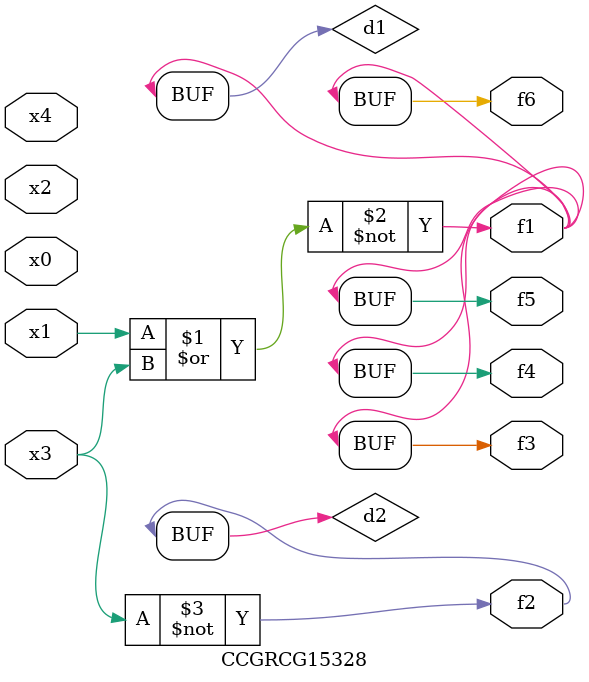
<source format=v>
module CCGRCG15328(
	input x0, x1, x2, x3, x4,
	output f1, f2, f3, f4, f5, f6
);

	wire d1, d2;

	nor (d1, x1, x3);
	not (d2, x3);
	assign f1 = d1;
	assign f2 = d2;
	assign f3 = d1;
	assign f4 = d1;
	assign f5 = d1;
	assign f6 = d1;
endmodule

</source>
